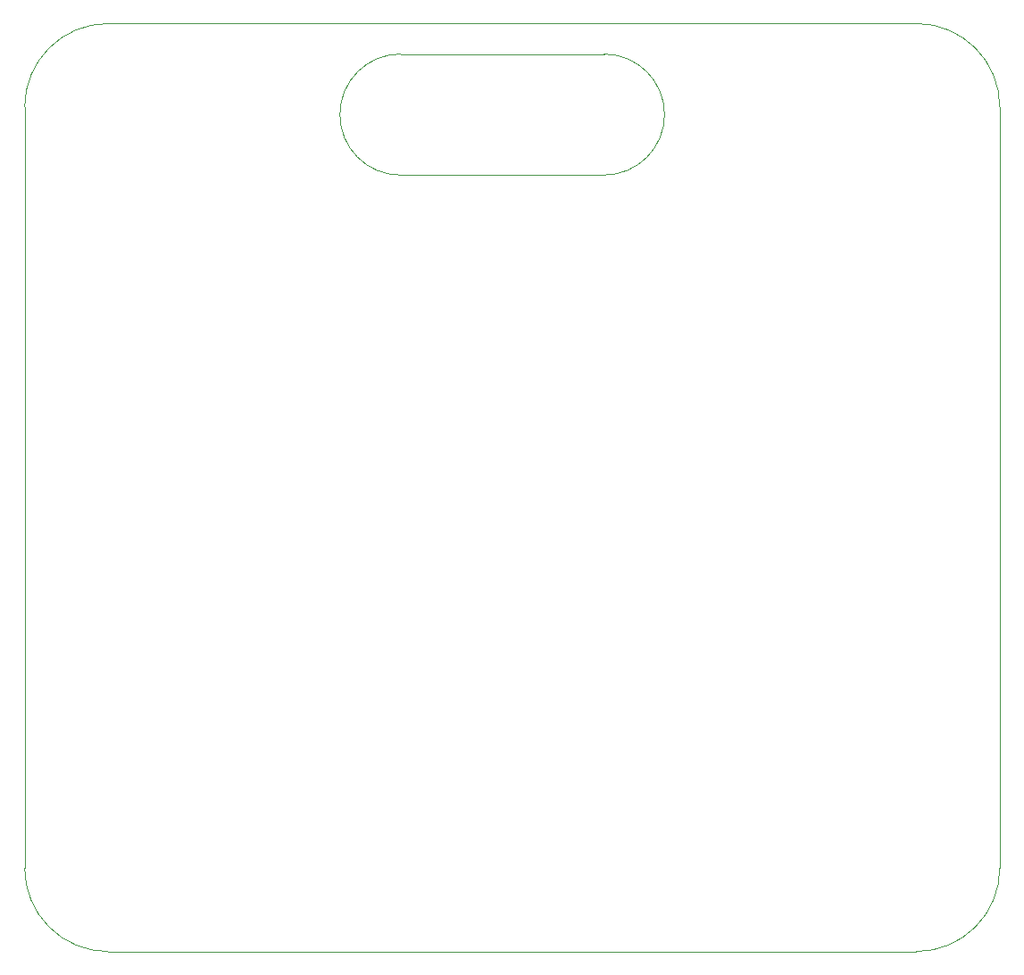
<source format=gbr>
%TF.GenerationSoftware,KiCad,Pcbnew,5.1.6-c6e7f7d~87~ubuntu18.04.1*%
%TF.CreationDate,2021-10-05T10:28:48-04:00*%
%TF.ProjectId,boosta,626f6f73-7461-42e6-9b69-6361645f7063,rev?*%
%TF.SameCoordinates,Original*%
%TF.FileFunction,Profile,NP*%
%FSLAX46Y46*%
G04 Gerber Fmt 4.6, Leading zero omitted, Abs format (unit mm)*
G04 Created by KiCad (PCBNEW 5.1.6-c6e7f7d~87~ubuntu18.04.1) date 2021-10-05 10:28:48*
%MOMM*%
%LPD*%
G01*
G04 APERTURE LIST*
%TA.AperFunction,Profile*%
%ADD10C,0.050000*%
%TD*%
G04 APERTURE END LIST*
D10*
X85230000Y-80404985D02*
X65930000Y-80404985D01*
X85230000Y-91895015D02*
X65930000Y-91895015D01*
X65930000Y-91895015D02*
G75*
G02*
X65930000Y-80404985I0J5745015D01*
G01*
X85230000Y-80404985D02*
G75*
G02*
X85230000Y-91895015I0J-5745015D01*
G01*
X38210056Y-165590000D02*
G75*
G02*
X30290000Y-157669944I0J7920056D01*
G01*
X122770000Y-157669944D02*
G75*
G02*
X114849944Y-165590000I-7920056J0D01*
G01*
X122770000Y-157669944D02*
X122770000Y-85430056D01*
X114849944Y-77510000D02*
G75*
G02*
X122770000Y-85430056I0J-7920056D01*
G01*
X30290000Y-85430000D02*
G75*
G02*
X38210056Y-77509944I7920056J0D01*
G01*
X114849944Y-77510000D02*
X38210056Y-77509944D01*
X38210056Y-165590000D02*
X114849944Y-165590000D01*
X30290000Y-85430000D02*
X30290000Y-157669944D01*
M02*

</source>
